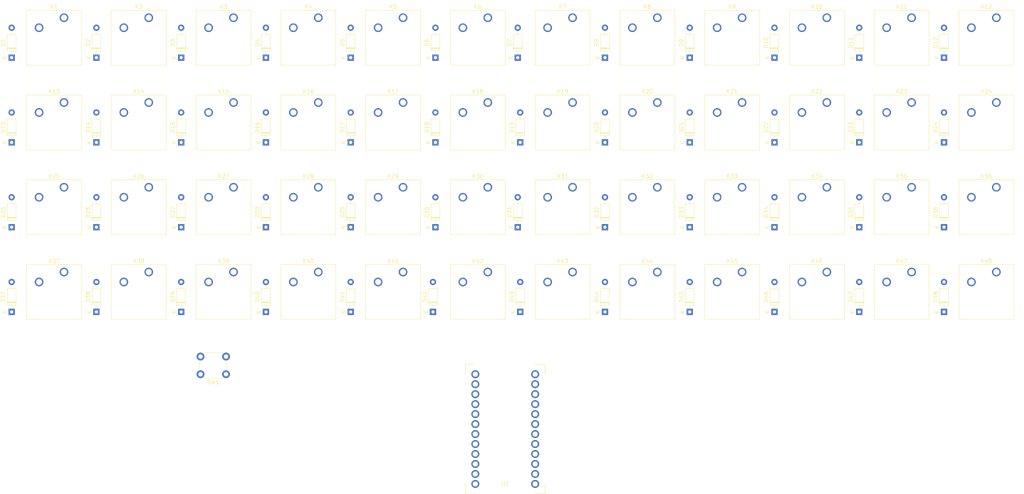
<source format=kicad_pcb>
(kicad_pcb (version 20171130) (host pcbnew "(5.1.7)-1")
  (layers (0 F.Cu signal) (31 B.Cu signal) (34 B.Paste user) (35 F.Paste user) (36 B.SilkS user) (37 F.SilkS user) (38 B.Mask user) (39 F.Mask user) (44 Edge.Cuts user))
  (net 0 "")
  (net 1 row0)
  (net 2 "Net-(D1-Pad2)")
  (net 3 "Net-(D2-Pad2)")
  (net 4 "Net-(D3-Pad2)")
  (net 5 "Net-(D4-Pad2)")
  (net 6 "Net-(D5-Pad2)")
  (net 7 "Net-(D6-Pad2)")
  (net 8 "Net-(D7-Pad2)")
  (net 9 "Net-(D8-Pad2)")
  (net 10 "Net-(D9-Pad2)")
  (net 11 "Net-(D10-Pad2)")
  (net 12 "Net-(D11-Pad2)")
  (net 13 "Net-(D12-Pad2)")
  (net 14 row1)
  (net 15 "Net-(D13-Pad2)")
  (net 16 "Net-(D14-Pad2)")
  (net 17 "Net-(D15-Pad2)")
  (net 18 "Net-(D16-Pad2)")
  (net 19 "Net-(D17-Pad2)")
  (net 20 "Net-(D18-Pad2)")
  (net 21 "Net-(D19-Pad2)")
  (net 22 "Net-(D20-Pad2)")
  (net 23 "Net-(D21-Pad2)")
  (net 24 "Net-(D22-Pad2)")
  (net 25 "Net-(D23-Pad2)")
  (net 26 "Net-(D24-Pad2)")
  (net 27 row2)
  (net 28 "Net-(D25-Pad2)")
  (net 29 "Net-(D26-Pad2)")
  (net 30 "Net-(D27-Pad2)")
  (net 31 "Net-(D28-Pad2)")
  (net 32 "Net-(D29-Pad2)")
  (net 33 "Net-(D30-Pad2)")
  (net 34 "Net-(D31-Pad2)")
  (net 35 "Net-(D32-Pad2)")
  (net 36 "Net-(D33-Pad2)")
  (net 37 "Net-(D34-Pad2)")
  (net 38 "Net-(D35-Pad2)")
  (net 39 "Net-(D36-Pad2)")
  (net 40 "Net-(D37-Pad2)")
  (net 41 row3)
  (net 42 "Net-(D38-Pad2)")
  (net 43 "Net-(D39-Pad2)")
  (net 44 "Net-(D40-Pad2)")
  (net 45 "Net-(D41-Pad2)")
  (net 46 "Net-(D42-Pad2)")
  (net 47 "Net-(D43-Pad2)")
  (net 48 "Net-(D44-Pad2)")
  (net 49 "Net-(D45-Pad2)")
  (net 50 "Net-(D46-Pad2)")
  (net 51 "Net-(D47-Pad2)")
  (net 52 "Net-(D48-Pad2)")
  (net 53 col0)
  (net 54 col1)
  (net 55 col2)
  (net 56 col3)
  (net 57 col4)
  (net 58 col5)
  (net 59 col6)
  (net 60 col7)
  (net 61 col8)
  (net 62 col9)
  (net 63 col10)
  (net 64 col11)
  (net 65 "Net-(K15-Pad2)")
  (net 66 GND)
  (net 67 "Net-(SW1-Pad1)")
  (net 68 "Net-(U1-Pad24)")
  (net 69 +5V)
  (net 70 pin18)
  (net 71 pin15)
  (module Diode_THT:D_DO-35_SOD27_P7.62mm_Horizontal (layer F.Cu) (at 22.225 33.02 90)
    (fp_text reference D1 (at 3.81 -2.12 90) (layer F.SilkS))
    (fp_text value D)
    (fp_text user K (at 0 -1.8 90) (layer F.SilkS))
    (pad 1 thru_hole rect (at 0 0 90) (size 1.6 1.6) (drill 0.8) (layers *.Cu *.Mask) (net 1 row0))
    (pad 2 thru_hole oval (at 7.62 0 90) (size 1.6 1.6) (drill 0.8) (layers *.Cu *.Mask) (net 2 "Net-(D1-Pad2)"))
  )
  (module Diode_THT:D_DO-35_SOD27_P7.62mm_Horizontal (layer F.Cu) (at 43.815 33.02 90)
    (fp_text reference D2 (at 3.81 -2.12 90) (layer F.SilkS))
    (fp_text value D)
    (fp_text user K (at 0 -1.8 90) (layer F.SilkS))
    (pad 2 thru_hole oval (at 7.62 0 90) (size 1.6 1.6) (drill 0.8) (layers *.Cu *.Mask) (net 3 "Net-(D2-Pad2)"))
    (pad 1 thru_hole rect (at 0 0 90) (size 1.6 1.6) (drill 0.8) (layers *.Cu *.Mask) (net 1 row0))
  )
  (module Diode_THT:D_DO-35_SOD27_P7.62mm_Horizontal (layer F.Cu) (at 65.405 33.02 90)
    (fp_text reference D3 (at 3.81 -2.12 90) (layer F.SilkS))
    (fp_text value D)
    (fp_text user K (at 0 -1.8 90) (layer F.SilkS))
    (pad 2 thru_hole oval (at 7.62 0 90) (size 1.6 1.6) (drill 0.8) (layers *.Cu *.Mask) (net 4 "Net-(D3-Pad2)"))
    (pad 1 thru_hole rect (at 0 0 90) (size 1.6 1.6) (drill 0.8) (layers *.Cu *.Mask) (net 1 row0))
  )
  (module Diode_THT:D_DO-35_SOD27_P7.62mm_Horizontal (layer F.Cu) (at 86.995 33.02 90)
    (fp_text reference D4 (at 3.81 -2.12 90) (layer F.SilkS))
    (fp_text value D)
    (fp_text user K (at 0 -1.8 90) (layer F.SilkS))
    (pad 1 thru_hole rect (at 0 0 90) (size 1.6 1.6) (drill 0.8) (layers *.Cu *.Mask) (net 1 row0))
    (pad 2 thru_hole oval (at 7.62 0 90) (size 1.6 1.6) (drill 0.8) (layers *.Cu *.Mask) (net 5 "Net-(D4-Pad2)"))
  )
  (module Diode_THT:D_DO-35_SOD27_P7.62mm_Horizontal (layer F.Cu) (at 108.585 33.02 90)
    (fp_text reference D5 (at 3.81 -2.12 90) (layer F.SilkS))
    (fp_text value D)
    (fp_text user K (at 0 -1.8 90) (layer F.SilkS))
    (pad 2 thru_hole oval (at 7.62 0 90) (size 1.6 1.6) (drill 0.8) (layers *.Cu *.Mask) (net 6 "Net-(D5-Pad2)"))
    (pad 1 thru_hole rect (at 0 0 90) (size 1.6 1.6) (drill 0.8) (layers *.Cu *.Mask) (net 1 row0))
  )
  (module Diode_THT:D_DO-35_SOD27_P7.62mm_Horizontal (layer F.Cu) (at 130.175 33.02 90)
    (fp_text reference D6 (at 3.81 -2.12 90) (layer F.SilkS))
    (fp_text value D)
    (fp_text user K (at 0 -1.8 90) (layer F.SilkS))
    (pad 2 thru_hole oval (at 7.62 0 90) (size 1.6 1.6) (drill 0.8) (layers *.Cu *.Mask) (net 7 "Net-(D6-Pad2)"))
    (pad 1 thru_hole rect (at 0 0 90) (size 1.6 1.6) (drill 0.8) (layers *.Cu *.Mask) (net 1 row0))
  )
  (module Diode_THT:D_DO-35_SOD27_P7.62mm_Horizontal (layer F.Cu) (at 151.13 33.02 90)
    (fp_text reference D7 (at 3.81 -2.12 90) (layer F.SilkS))
    (fp_text value D)
    (fp_text user K (at 0 -1.8 90) (layer F.SilkS))
    (pad 1 thru_hole rect (at 0 0 90) (size 1.6 1.6) (drill 0.8) (layers *.Cu *.Mask) (net 1 row0))
    (pad 2 thru_hole oval (at 7.62 0 90) (size 1.6 1.6) (drill 0.8) (layers *.Cu *.Mask) (net 8 "Net-(D7-Pad2)"))
  )
  (module Diode_THT:D_DO-35_SOD27_P7.62mm_Horizontal (layer F.Cu) (at 173.355 33.02 90)
    (fp_text reference D8 (at 3.81 -2.12 90) (layer F.SilkS))
    (fp_text value D)
    (fp_text user K (at 0 -1.8 90) (layer F.SilkS))
    (pad 2 thru_hole oval (at 7.62 0 90) (size 1.6 1.6) (drill 0.8) (layers *.Cu *.Mask) (net 9 "Net-(D8-Pad2)"))
    (pad 1 thru_hole rect (at 0 0 90) (size 1.6 1.6) (drill 0.8) (layers *.Cu *.Mask) (net 1 row0))
  )
  (module Diode_THT:D_DO-35_SOD27_P7.62mm_Horizontal (layer F.Cu) (at 194.945 33.02 90)
    (fp_text reference D9 (at 3.81 -2.12 90) (layer F.SilkS))
    (fp_text value D)
    (fp_text user K (at 0 -1.8 90) (layer F.SilkS))
    (pad 1 thru_hole rect (at 0 0 90) (size 1.6 1.6) (drill 0.8) (layers *.Cu *.Mask) (net 1 row0))
    (pad 2 thru_hole oval (at 7.62 0 90) (size 1.6 1.6) (drill 0.8) (layers *.Cu *.Mask) (net 10 "Net-(D9-Pad2)"))
  )
  (module Diode_THT:D_DO-35_SOD27_P7.62mm_Horizontal (layer F.Cu) (at 216.535 33.02 90)
    (fp_text reference D10 (at 3.81 -2.12 90) (layer F.SilkS))
    (fp_text value D)
    (fp_text user K (at 0 -1.8 90) (layer F.SilkS))
    (pad 2 thru_hole oval (at 7.62 0 90) (size 1.6 1.6) (drill 0.8) (layers *.Cu *.Mask) (net 11 "Net-(D10-Pad2)"))
    (pad 1 thru_hole rect (at 0 0 90) (size 1.6 1.6) (drill 0.8) (layers *.Cu *.Mask) (net 1 row0))
  )
  (module Diode_THT:D_DO-35_SOD27_P7.62mm_Horizontal (layer F.Cu) (at 238.125 33.02 90)
    (fp_text reference D11 (at 3.81 -2.12 90) (layer F.SilkS))
    (fp_text value D)
    (fp_text user K (at 0 -1.8 90) (layer F.SilkS))
    (pad 1 thru_hole rect (at 0 0 90) (size 1.6 1.6) (drill 0.8) (layers *.Cu *.Mask) (net 1 row0))
    (pad 2 thru_hole oval (at 7.62 0 90) (size 1.6 1.6) (drill 0.8) (layers *.Cu *.Mask) (net 12 "Net-(D11-Pad2)"))
  )
  (module Diode_THT:D_DO-35_SOD27_P7.62mm_Horizontal (layer F.Cu) (at 259.715 33.02 90)
    (fp_text reference D12 (at 3.81 -2.12 90) (layer F.SilkS))
    (fp_text value D)
    (fp_text user K (at 0 -1.8 90) (layer F.SilkS))
    (pad 2 thru_hole oval (at 7.62 0 90) (size 1.6 1.6) (drill 0.8) (layers *.Cu *.Mask) (net 13 "Net-(D12-Pad2)"))
    (pad 1 thru_hole rect (at 0 0 90) (size 1.6 1.6) (drill 0.8) (layers *.Cu *.Mask) (net 1 row0))
  )
  (module Diode_THT:D_DO-35_SOD27_P7.62mm_Horizontal (layer F.Cu) (at 22.225 54.61 90)
    (fp_text reference D13 (at 3.81 -2.12 90) (layer F.SilkS))
    (fp_text value D)
    (fp_text user K (at 0 -1.8 90) (layer F.SilkS))
    (pad 1 thru_hole rect (at 0 0 90) (size 1.6 1.6) (drill 0.8) (layers *.Cu *.Mask) (net 14 row1))
    (pad 2 thru_hole oval (at 7.62 0 90) (size 1.6 1.6) (drill 0.8) (layers *.Cu *.Mask) (net 15 "Net-(D13-Pad2)"))
  )
  (module Diode_THT:D_DO-35_SOD27_P7.62mm_Horizontal (layer F.Cu) (at 43.815 54.61 90)
    (fp_text reference D14 (at 3.81 -2.12 90) (layer F.SilkS))
    (fp_text value D)
    (fp_text user K (at 0 -1.8 90) (layer F.SilkS))
    (pad 2 thru_hole oval (at 7.62 0 90) (size 1.6 1.6) (drill 0.8) (layers *.Cu *.Mask) (net 16 "Net-(D14-Pad2)"))
    (pad 1 thru_hole rect (at 0 0 90) (size 1.6 1.6) (drill 0.8) (layers *.Cu *.Mask) (net 14 row1))
  )
  (module Diode_THT:D_DO-35_SOD27_P7.62mm_Horizontal (layer F.Cu) (at 65.405 54.61 90)
    (fp_text reference D15 (at 3.81 -2.12 90) (layer F.SilkS))
    (fp_text value D)
    (fp_text user K (at 0 -1.8 90) (layer F.SilkS))
    (pad 1 thru_hole rect (at 0 0 90) (size 1.6 1.6) (drill 0.8) (layers *.Cu *.Mask) (net 14 row1))
    (pad 2 thru_hole oval (at 7.62 0 90) (size 1.6 1.6) (drill 0.8) (layers *.Cu *.Mask) (net 17 "Net-(D15-Pad2)"))
  )
  (module Diode_THT:D_DO-35_SOD27_P7.62mm_Horizontal (layer F.Cu) (at 86.995 54.61 90)
    (fp_text reference D16 (at 3.81 -2.12 90) (layer F.SilkS))
    (fp_text value D)
    (fp_text user K (at 0 -1.8 90) (layer F.SilkS))
    (pad 2 thru_hole oval (at 7.62 0 90) (size 1.6 1.6) (drill 0.8) (layers *.Cu *.Mask) (net 18 "Net-(D16-Pad2)"))
    (pad 1 thru_hole rect (at 0 0 90) (size 1.6 1.6) (drill 0.8) (layers *.Cu *.Mask) (net 14 row1))
  )
  (module Diode_THT:D_DO-35_SOD27_P7.62mm_Horizontal (layer F.Cu) (at 108.585 54.61 90)
    (fp_text reference D17 (at 3.81 -2.12 90) (layer F.SilkS))
    (fp_text value D)
    (fp_text user K (at 0 -1.8 90) (layer F.SilkS))
    (pad 1 thru_hole rect (at 0 0 90) (size 1.6 1.6) (drill 0.8) (layers *.Cu *.Mask) (net 14 row1))
    (pad 2 thru_hole oval (at 7.62 0 90) (size 1.6 1.6) (drill 0.8) (layers *.Cu *.Mask) (net 19 "Net-(D17-Pad2)"))
  )
  (module Diode_THT:D_DO-35_SOD27_P7.62mm_Horizontal (layer F.Cu) (at 130.175 54.61 90)
    (fp_text reference D18 (at 3.81 -2.12 90) (layer F.SilkS))
    (fp_text value D)
    (fp_text user K (at 0 -1.8 90) (layer F.SilkS))
    (pad 1 thru_hole rect (at 0 0 90) (size 1.6 1.6) (drill 0.8) (layers *.Cu *.Mask) (net 14 row1))
    (pad 2 thru_hole oval (at 7.62 0 90) (size 1.6 1.6) (drill 0.8) (layers *.Cu *.Mask) (net 20 "Net-(D18-Pad2)"))
  )
  (module Diode_THT:D_DO-35_SOD27_P7.62mm_Horizontal (layer F.Cu) (at 151.765 54.61 90)
    (fp_text reference D19 (at 3.81 -2.12 90) (layer F.SilkS))
    (fp_text value D)
    (fp_text user K (at 0 -1.8 90) (layer F.SilkS))
    (pad 2 thru_hole oval (at 7.62 0 90) (size 1.6 1.6) (drill 0.8) (layers *.Cu *.Mask) (net 21 "Net-(D19-Pad2)"))
    (pad 1 thru_hole rect (at 0 0 90) (size 1.6 1.6) (drill 0.8) (layers *.Cu *.Mask) (net 14 row1))
  )
  (module Diode_THT:D_DO-35_SOD27_P7.62mm_Horizontal (layer F.Cu) (at 173.355 54.61 90)
    (fp_text reference D20 (at 3.81 -2.12 90) (layer F.SilkS))
    (fp_text value D)
    (fp_text user K (at 0 -1.8 90) (layer F.SilkS))
    (pad 2 thru_hole oval (at 7.62 0 90) (size 1.6 1.6) (drill 0.8) (layers *.Cu *.Mask) (net 22 "Net-(D20-Pad2)"))
    (pad 1 thru_hole rect (at 0 0 90) (size 1.6 1.6) (drill 0.8) (layers *.Cu *.Mask) (net 14 row1))
  )
  (module Diode_THT:D_DO-35_SOD27_P7.62mm_Horizontal (layer F.Cu) (at 194.945 54.61 90)
    (fp_text reference D21 (at 3.81 -2.12 90) (layer F.SilkS))
    (fp_text value D)
    (fp_text user K (at 0 -1.8 90) (layer F.SilkS))
    (pad 2 thru_hole oval (at 7.62 0 90) (size 1.6 1.6) (drill 0.8) (layers *.Cu *.Mask) (net 23 "Net-(D21-Pad2)"))
    (pad 1 thru_hole rect (at 0 0 90) (size 1.6 1.6) (drill 0.8) (layers *.Cu *.Mask) (net 14 row1))
  )
  (module Diode_THT:D_DO-35_SOD27_P7.62mm_Horizontal (layer F.Cu) (at 216.535 54.61 90)
    (fp_text reference D22 (at 3.81 -2.12 90) (layer F.SilkS))
    (fp_text value D)
    (fp_text user K (at 0 -1.8 90) (layer F.SilkS))
    (pad 1 thru_hole rect (at 0 0 90) (size 1.6 1.6) (drill 0.8) (layers *.Cu *.Mask) (net 14 row1))
    (pad 2 thru_hole oval (at 7.62 0 90) (size 1.6 1.6) (drill 0.8) (layers *.Cu *.Mask) (net 24 "Net-(D22-Pad2)"))
  )
  (module Diode_THT:D_DO-35_SOD27_P7.62mm_Horizontal (layer F.Cu) (at 238.125 54.61 90)
    (fp_text reference D23 (at 3.81 -2.12 90) (layer F.SilkS))
    (fp_text value D)
    (fp_text user K (at 0 -1.8 90) (layer F.SilkS))
    (pad 2 thru_hole oval (at 7.62 0 90) (size 1.6 1.6) (drill 0.8) (layers *.Cu *.Mask) (net 25 "Net-(D23-Pad2)"))
    (pad 1 thru_hole rect (at 0 0 90) (size 1.6 1.6) (drill 0.8) (layers *.Cu *.Mask) (net 14 row1))
  )
  (module Diode_THT:D_DO-35_SOD27_P7.62mm_Horizontal (layer F.Cu) (at 259.715 54.61 90)
    (fp_text reference D24 (at 3.81 -2.12 90) (layer F.SilkS))
    (fp_text value D)
    (fp_text user K (at 0 -1.8 90) (layer F.SilkS))
    (pad 1 thru_hole rect (at 0 0 90) (size 1.6 1.6) (drill 0.8) (layers *.Cu *.Mask) (net 14 row1))
    (pad 2 thru_hole oval (at 7.62 0 90) (size 1.6 1.6) (drill 0.8) (layers *.Cu *.Mask) (net 26 "Net-(D24-Pad2)"))
  )
  (module Diode_THT:D_DO-35_SOD27_P7.62mm_Horizontal (layer F.Cu) (at 22.225 76.2 90)
    (fp_text reference D25 (at 3.81 -2.12 90) (layer F.SilkS))
    (fp_text value D)
    (fp_text user K (at 0 -1.8 90) (layer F.SilkS))
    (pad 1 thru_hole rect (at 0 0 90) (size 1.6 1.6) (drill 0.8) (layers *.Cu *.Mask) (net 27 row2))
    (pad 2 thru_hole oval (at 7.62 0 90) (size 1.6 1.6) (drill 0.8) (layers *.Cu *.Mask) (net 28 "Net-(D25-Pad2)"))
  )
  (module Diode_THT:D_DO-35_SOD27_P7.62mm_Horizontal (layer F.Cu) (at 43.815 76.2 90)
    (fp_text reference D26 (at 3.81 -2.12 90) (layer F.SilkS))
    (fp_text value D)
    (fp_text user K (at 0 -1.8 90) (layer F.SilkS))
    (pad 1 thru_hole rect (at 0 0 90) (size 1.6 1.6) (drill 0.8) (layers *.Cu *.Mask) (net 27 row2))
    (pad 2 thru_hole oval (at 7.62 0 90) (size 1.6 1.6) (drill 0.8) (layers *.Cu *.Mask) (net 29 "Net-(D26-Pad2)"))
  )
  (module Diode_THT:D_DO-35_SOD27_P7.62mm_Horizontal (layer F.Cu) (at 65.405 76.2 90)
    (fp_text reference D27 (at 3.81 -2.12 90) (layer F.SilkS))
    (fp_text value D)
    (fp_text user K (at 0 -1.8 90) (layer F.SilkS))
    (pad 1 thru_hole rect (at 0 0 90) (size 1.6 1.6) (drill 0.8) (layers *.Cu *.Mask) (net 27 row2))
    (pad 2 thru_hole oval (at 7.62 0 90) (size 1.6 1.6) (drill 0.8) (layers *.Cu *.Mask) (net 30 "Net-(D27-Pad2)"))
  )
  (module Diode_THT:D_DO-35_SOD27_P7.62mm_Horizontal (layer F.Cu) (at 86.995 76.2 90)
    (fp_text reference D28 (at 3.81 -2.12 90) (layer F.SilkS))
    (fp_text value D)
    (fp_text user K (at 0 -1.8 90) (layer F.SilkS))
    (pad 2 thru_hole oval (at 7.62 0 90) (size 1.6 1.6) (drill 0.8) (layers *.Cu *.Mask) (net 31 "Net-(D28-Pad2)"))
    (pad 1 thru_hole rect (at 0 0 90) (size 1.6 1.6) (drill 0.8) (layers *.Cu *.Mask) (net 27 row2))
  )
  (module Diode_THT:D_DO-35_SOD27_P7.62mm_Horizontal (layer F.Cu) (at 108.585 76.2 90)
    (fp_text reference D29 (at 3.81 -2.12 90) (layer F.SilkS))
    (fp_text value D)
    (fp_text user K (at 0 -1.8 90) (layer F.SilkS))
    (pad 2 thru_hole oval (at 7.62 0 90) (size 1.6 1.6) (drill 0.8) (layers *.Cu *.Mask) (net 32 "Net-(D29-Pad2)"))
    (pad 1 thru_hole rect (at 0 0 90) (size 1.6 1.6) (drill 0.8) (layers *.Cu *.Mask) (net 27 row2))
  )
  (module Diode_THT:D_DO-35_SOD27_P7.62mm_Horizontal (layer F.Cu) (at 130.175 76.2 90)
    (fp_text reference D30 (at 3.81 -2.12 90) (layer F.SilkS))
    (fp_text value D)
    (fp_text user K (at 0 -1.8 90) (layer F.SilkS))
    (pad 1 thru_hole rect (at 0 0 90) (size 1.6 1.6) (drill 0.8) (layers *.Cu *.Mask) (net 27 row2))
    (pad 2 thru_hole oval (at 7.62 0 90) (size 1.6 1.6) (drill 0.8) (layers *.Cu *.Mask) (net 33 "Net-(D30-Pad2)"))
  )
  (module Diode_THT:D_DO-35_SOD27_P7.62mm_Horizontal (layer F.Cu) (at 151.13 76.2 90)
    (fp_text reference D31 (at 3.81 -2.12 90) (layer F.SilkS))
    (fp_text value D)
    (fp_text user K (at 0 -1.8 90) (layer F.SilkS))
    (pad 1 thru_hole rect (at 0 0 90) (size 1.6 1.6) (drill 0.8) (layers *.Cu *.Mask) (net 27 row2))
    (pad 2 thru_hole oval (at 7.62 0 90) (size 1.6 1.6) (drill 0.8) (layers *.Cu *.Mask) (net 34 "Net-(D31-Pad2)"))
  )
  (module Diode_THT:D_DO-35_SOD27_P7.62mm_Horizontal (layer F.Cu) (at 173.355 76.2 90)
    (fp_text reference D32 (at 3.81 -2.12 90) (layer F.SilkS))
    (fp_text value D)
    (fp_text user K (at 0 -1.8 90) (layer F.SilkS))
    (pad 2 thru_hole oval (at 7.62 0 90) (size 1.6 1.6) (drill 0.8) (layers *.Cu *.Mask) (net 35 "Net-(D32-Pad2)"))
    (pad 1 thru_hole rect (at 0 0 90) (size 1.6 1.6) (drill 0.8) (layers *.Cu *.Mask) (net 27 row2))
  )
  (module Diode_THT:D_DO-35_SOD27_P7.62mm_Horizontal (layer F.Cu) (at 194.945 76.2 90)
    (fp_text reference D33 (at 3.81 -2.12 90) (layer F.SilkS))
    (fp_text value D)
    (fp_text user K (at 0 -1.8 90) (layer F.SilkS))
    (pad 1 thru_hole rect (at 0 0 90) (size 1.6 1.6) (drill 0.8) (layers *.Cu *.Mask) (net 27 row2))
    (pad 2 thru_hole oval (at 7.62 0 90) (size 1.6 1.6) (drill 0.8) (layers *.Cu *.Mask) (net 36 "Net-(D33-Pad2)"))
  )
  (module Diode_THT:D_DO-35_SOD27_P7.62mm_Horizontal (layer F.Cu) (at 216.535 76.2 90)
    (fp_text reference D34 (at 3.81 -2.12 90) (layer F.SilkS))
    (fp_text value D)
    (fp_text user K (at 0 -1.8 90) (layer F.SilkS))
    (pad 2 thru_hole oval (at 7.62 0 90) (size 1.6 1.6) (drill 0.8) (layers *.Cu *.Mask) (net 37 "Net-(D34-Pad2)"))
    (pad 1 thru_hole rect (at 0 0 90) (size 1.6 1.6) (drill 0.8) (layers *.Cu *.Mask) (net 27 row2))
  )
  (module Diode_THT:D_DO-35_SOD27_P7.62mm_Horizontal (layer F.Cu) (at 238.125 76.2 90)
    (fp_text reference D35 (at 3.81 -2.12 90) (layer F.SilkS))
    (fp_text value D)
    (fp_text user K (at 0 -1.8 90) (layer F.SilkS))
    (pad 2 thru_hole oval (at 7.62 0 90) (size 1.6 1.6) (drill 0.8) (layers *.Cu *.Mask) (net 38 "Net-(D35-Pad2)"))
    (pad 1 thru_hole rect (at 0 0 90) (size 1.6 1.6) (drill 0.8) (layers *.Cu *.Mask) (net 27 row2))
  )
  (module Diode_THT:D_DO-35_SOD27_P7.62mm_Horizontal (layer F.Cu) (at 259.715 76.2 90)
    (fp_text reference D36 (at 3.81 -2.12 90) (layer F.SilkS))
    (fp_text value D)
    (fp_text user K (at 0 -1.8 90) (layer F.SilkS))
    (pad 1 thru_hole rect (at 0 0 90) (size 1.6 1.6) (drill 0.8) (layers *.Cu *.Mask) (net 27 row2))
    (pad 2 thru_hole oval (at 7.62 0 90) (size 1.6 1.6) (drill 0.8) (layers *.Cu *.Mask) (net 39 "Net-(D36-Pad2)"))
  )
  (module Diode_THT:D_DO-35_SOD27_P7.62mm_Horizontal (layer F.Cu) (at 22.225 97.79 90)
    (fp_text reference D37 (at 3.81 -2.12 90) (layer F.SilkS))
    (fp_text value D)
    (fp_text user K (at 0 -1.8 90) (layer F.SilkS))
    (pad 2 thru_hole oval (at 7.62 0 90) (size 1.6 1.6) (drill 0.8) (layers *.Cu *.Mask) (net 40 "Net-(D37-Pad2)"))
    (pad 1 thru_hole rect (at 0 0 90) (size 1.6 1.6) (drill 0.8) (layers *.Cu *.Mask) (net 41 row3))
  )
  (module Diode_THT:D_DO-35_SOD27_P7.62mm_Horizontal (layer F.Cu) (at 43.815 97.79 90)
    (fp_text reference D38 (at 3.81 -2.12 90) (layer F.SilkS))
    (fp_text value D)
    (fp_text user K (at 0 -1.8 90) (layer F.SilkS))
    (pad 2 thru_hole oval (at 7.62 0 90) (size 1.6 1.6) (drill 0.8) (layers *.Cu *.Mask) (net 42 "Net-(D38-Pad2)"))
    (pad 1 thru_hole rect (at 0 0 90) (size 1.6 1.6) (drill 0.8) (layers *.Cu *.Mask) (net 41 row3))
  )
  (module Diode_THT:D_DO-35_SOD27_P7.62mm_Horizontal (layer F.Cu) (at 65.405 97.79 90)
    (fp_text reference D39 (at 3.81 -2.12 90) (layer F.SilkS))
    (fp_text value D)
    (fp_text user K (at 0 -1.8 90) (layer F.SilkS))
    (pad 2 thru_hole oval (at 7.62 0 90) (size 1.6 1.6) (drill 0.8) (layers *.Cu *.Mask) (net 43 "Net-(D39-Pad2)"))
    (pad 1 thru_hole rect (at 0 0 90) (size 1.6 1.6) (drill 0.8) (layers *.Cu *.Mask) (net 41 row3))
  )
  (module Diode_THT:D_DO-35_SOD27_P7.62mm_Horizontal (layer F.Cu) (at 86.995 97.79 90)
    (fp_text reference D40 (at 3.81 -2.12 90) (layer F.SilkS))
    (fp_text value D)
    (fp_text user K (at 0 -1.8 90) (layer F.SilkS))
    (pad 1 thru_hole rect (at 0 0 90) (size 1.6 1.6) (drill 0.8) (layers *.Cu *.Mask) (net 41 row3))
    (pad 2 thru_hole oval (at 7.62 0 90) (size 1.6 1.6) (drill 0.8) (layers *.Cu *.Mask) (net 44 "Net-(D40-Pad2)"))
  )
  (module Diode_THT:D_DO-35_SOD27_P7.62mm_Horizontal (layer F.Cu) (at 108.585 97.79 90)
    (fp_text reference D41 (at 3.81 -2.12 90) (layer F.SilkS))
    (fp_text value D)
    (fp_text user K (at 0 -1.8 90) (layer F.SilkS))
    (pad 1 thru_hole rect (at 0 0 90) (size 1.6 1.6) (drill 0.8) (layers *.Cu *.Mask) (net 41 row3))
    (pad 2 thru_hole oval (at 7.62 0 90) (size 1.6 1.6) (drill 0.8) (layers *.Cu *.Mask) (net 45 "Net-(D41-Pad2)"))
  )
  (module Diode_THT:D_DO-35_SOD27_P7.62mm_Horizontal (layer F.Cu) (at 129.54 97.79 90)
    (fp_text reference D42 (at 3.81 -2.12 90) (layer F.SilkS))
    (fp_text value D)
    (fp_text user K (at 0 -1.8 90) (layer F.SilkS))
    (pad 1 thru_hole rect (at 0 0 90) (size 1.6 1.6) (drill 0.8) (layers *.Cu *.Mask) (net 41 row3))
    (pad 2 thru_hole oval (at 7.62 0 90) (size 1.6 1.6) (drill 0.8) (layers *.Cu *.Mask) (net 46 "Net-(D42-Pad2)"))
  )
  (module Diode_THT:D_DO-35_SOD27_P7.62mm_Horizontal (layer F.Cu) (at 151.765 97.79 90)
    (fp_text reference D43 (at 3.81 -2.12 90) (layer F.SilkS))
    (fp_text value D)
    (fp_text user K (at 0 -1.8 90) (layer F.SilkS))
    (pad 1 thru_hole rect (at 0 0 90) (size 1.6 1.6) (drill 0.8) (layers *.Cu *.Mask) (net 41 row3))
    (pad 2 thru_hole oval (at 7.62 0 90) (size 1.6 1.6) (drill 0.8) (layers *.Cu *.Mask) (net 47 "Net-(D43-Pad2)"))
  )
  (module Diode_THT:D_DO-35_SOD27_P7.62mm_Horizontal (layer F.Cu) (at 173.355 97.79 90)
    (fp_text reference D44 (at 3.81 -2.12 90) (layer F.SilkS))
    (fp_text value D)
    (fp_text user K (at 0 -1.8 90) (layer F.SilkS))
    (pad 2 thru_hole oval (at 7.62 0 90) (size 1.6 1.6) (drill 0.8) (layers *.Cu *.Mask) (net 48 "Net-(D44-Pad2)"))
    (pad 1 thru_hole rect (at 0 0 90) (size 1.6 1.6) (drill 0.8) (layers *.Cu *.Mask) (net 41 row3))
  )
  (module Diode_THT:D_DO-35_SOD27_P7.62mm_Horizontal (layer F.Cu) (at 194.945 97.79 90)
    (fp_text reference D45 (at 3.81 -2.12 90) (layer F.SilkS))
    (fp_text value D)
    (fp_text user K (at 0 -1.8 90) (layer F.SilkS))
    (pad 1 thru_hole rect (at 0 0 90) (size 1.6 1.6) (drill 0.8) (layers *.Cu *.Mask) (net 41 row3))
    (pad 2 thru_hole oval (at 7.62 0 90) (size 1.6 1.6) (drill 0.8) (layers *.Cu *.Mask) (net 49 "Net-(D45-Pad2)"))
  )
  (module Diode_THT:D_DO-35_SOD27_P7.62mm_Horizontal (layer F.Cu) (at 216.535 97.79 90)
    (fp_text reference D46 (at 3.81 -2.12 90) (layer F.SilkS))
    (fp_text value D)
    (fp_text user K (at 0 -1.8 90) (layer F.SilkS))
    (pad 2 thru_hole oval (at 7.62 0 90) (size 1.6 1.6) (drill 0.8) (layers *.Cu *.Mask) (net 50 "Net-(D46-Pad2)"))
    (pad 1 thru_hole rect (at 0 0 90) (size 1.6 1.6) (drill 0.8) (layers *.Cu *.Mask) (net 41 row3))
  )
  (module Diode_THT:D_DO-35_SOD27_P7.62mm_Horizontal (layer F.Cu) (at 238.125 97.79 90)
    (fp_text reference D47 (at 3.81 -2.12 90) (layer F.SilkS))
    (fp_text value D)
    (fp_text user K (at 0 -1.8 90) (layer F.SilkS))
    (pad 2 thru_hole oval (at 7.62 0 90) (size 1.6 1.6) (drill 0.8) (layers *.Cu *.Mask) (net 51 "Net-(D47-Pad2)"))
    (pad 1 thru_hole rect (at 0 0 90) (size 1.6 1.6) (drill 0.8) (layers *.Cu *.Mask) (net 41 row3))
  )
  (module Diode_THT:D_DO-35_SOD27_P7.62mm_Horizontal (layer F.Cu) (at 259.715 97.79 90)
    (fp_text reference D48 (at 3.81 -2.12 90) (layer F.SilkS))
    (fp_text value D)
    (fp_text user K (at 0 -1.8 90) (layer F.SilkS))
    (pad 1 thru_hole rect (at 0 0 90) (size 1.6 1.6) (drill 0.8) (layers *.Cu *.Mask) (net 41 row3))
    (pad 2 thru_hole oval (at 7.62 0 90) (size 1.6 1.6) (drill 0.8) (layers *.Cu *.Mask) (net 52 "Net-(D48-Pad2)"))
  )
  (module localib:pro_micro (layer F.Cu) (at 147.955 128.905 180)
    (fp_text reference U1 (at 0 -12.7) (layer F.SilkS))
    (fp_text value ProMicro)
    (pad 1 thru_hole circle (at -7.62 -12.7 180) (size 2.032 2.032) (drill 1.27) (layers *.Cu *.Mask) (net 64 col11))
    (pad 2 thru_hole circle (at -7.62 -10.16 180) (size 2.032 2.032) (drill 1.27) (layers *.Cu *.Mask) (net 63 col10))
    (pad 3 thru_hole circle (at -7.62 -7.62 180) (size 2.032 2.032) (drill 1.27) (layers *.Cu *.Mask) (net 66 GND))
    (pad 4 thru_hole circle (at -7.62 -5.08 180) (size 2.032 2.032) (drill 1.27) (layers *.Cu *.Mask) (net 66 GND))
    (pad 5 thru_hole circle (at -7.62 -2.54 180) (size 2.032 2.032) (drill 1.27) (layers *.Cu *.Mask) (net 62 col9))
    (pad 6 thru_hole circle (at -7.62 0 180) (size 2.032 2.032) (drill 1.27) (layers *.Cu *.Mask) (net 61 col8))
    (pad 7 thru_hole circle (at -7.62 2.54 180) (size 2.032 2.032) (drill 1.27) (layers *.Cu *.Mask) (net 60 col7))
    (pad 8 thru_hole circle (at -7.62 5.08 180) (size 2.032 2.032) (drill 1.27) (layers *.Cu *.Mask) (net 59 col6))
    (pad 9 thru_hole circle (at -7.62 7.62 180) (size 2.032 2.032) (drill 1.27) (layers *.Cu *.Mask) (net 58 col5))
    (pad 10 thru_hole circle (at -7.62 10.16 180) (size 2.032 2.032) (drill 1.27) (layers *.Cu *.Mask) (net 57 col4))
    (pad 11 thru_hole circle (at -7.62 12.7 180) (size 2.032 2.032) (drill 1.27) (layers *.Cu *.Mask) (net 56 col3))
    (pad 12 thru_hole circle (at -7.62 15.24 180) (size 2.032 2.032) (drill 1.27) (layers *.Cu *.Mask) (net 55 col2))
    (pad 24 thru_hole circle (at 7.62 -12.7 180) (size 2.032 2.032) (drill 1.27) (layers *.Cu *.Mask) (net 68 "Net-(U1-Pad24)"))
    (pad 23 thru_hole circle (at 7.62 -10.16 180) (size 2.032 2.032) (drill 1.27) (layers *.Cu *.Mask) (net 66 GND))
    (pad 22 thru_hole circle (at 7.62 -7.62 180) (size 2.032 2.032) (drill 1.27) (layers *.Cu *.Mask) (net 67 "Net-(SW1-Pad1)"))
    (pad 21 thru_hole circle (at 7.62 -5.08 180) (size 2.032 2.032) (drill 1.27) (layers *.Cu *.Mask) (net 69 +5V))
    (pad 20 thru_hole circle (at 7.62 -2.54 180) (size 2.032 2.032) (drill 1.27) (layers *.Cu *.Mask) (net 53 col0))
    (pad 19 thru_hole circle (at 7.62 0 180) (size 2.032 2.032) (drill 1.27) (layers *.Cu *.Mask) (net 54 col1))
    (pad 18 thru_hole circle (at 7.62 2.54 180) (size 2.032 2.032) (drill 1.27) (layers *.Cu *.Mask) (net 1 row0))
    (pad 17 thru_hole circle (at 7.62 5.08 180) (size 2.032 2.032) (drill 1.27) (layers *.Cu *.Mask) (net 70 pin18))
    (pad 16 thru_hole circle (at 7.62 7.62 180) (size 2.032 2.032) (drill 1.27) (layers *.Cu *.Mask) (net 71 pin15))
    (pad 15 thru_hole circle (at 7.62 10.16 180) (size 2.032 2.032) (drill 1.27) (layers *.Cu *.Mask) (net 14 row1))
    (pad 14 thru_hole circle (at 7.62 12.7 180) (size 2.032 2.032) (drill 1.27) (layers *.Cu *.Mask) (net 27 row2))
    (pad 13 thru_hole circle (at 7.62 15.24 180) (size 2.032 2.032) (drill 1.27) (layers *.Cu *.Mask) (net 41 row3))
  )
  (module Button_Switch_Keyboard:SW_Cherry_MX_1.00u_Plate (layer F.Cu) (at 35.56 22.86)
    (fp_text reference K1 (at -2.54 -2.794) (layer F.SilkS))
    (fp_text value KEYSW)
    (pad "" np_thru_hole circle (at -2.54 5.08) (size 4 4) (drill 4) (layers *.Cu *.Mask))
    (pad 2 thru_hole circle (at -6.35 2.54) (size 2.2 2.2) (drill 1.5) (layers *.Cu *.Mask) (net 2 "Net-(D1-Pad2)"))
    (pad 1 thru_hole circle (at 0 0) (size 2.2 2.2) (drill 1.5) (layers *.Cu *.Mask) (net 53 col0))
  )
  (module Button_Switch_Keyboard:SW_Cherry_MX_1.00u_Plate (layer F.Cu) (at 57.15 22.86)
    (fp_text reference K2 (at -2.54 -2.794) (layer F.SilkS))
    (fp_text value KEYSW)
    (pad 1 thru_hole circle (at 0 0) (size 2.2 2.2) (drill 1.5) (layers *.Cu *.Mask) (net 54 col1))
    (pad 2 thru_hole circle (at -6.35 2.54) (size 2.2 2.2) (drill 1.5) (layers *.Cu *.Mask) (net 3 "Net-(D2-Pad2)"))
    (pad "" np_thru_hole circle (at -2.54 5.08) (size 4 4) (drill 4) (layers *.Cu *.Mask))
  )
  (module Button_Switch_Keyboard:SW_Cherry_MX_1.00u_Plate (layer F.Cu) (at 78.74 22.86)
    (fp_text reference K3 (at -2.54 -2.794) (layer F.SilkS))
    (fp_text value KEYSW)
    (pad "" np_thru_hole circle (at -2.54 5.08) (size 4 4) (drill 4) (layers *.Cu *.Mask))
    (pad 2 thru_hole circle (at -6.35 2.54) (size 2.2 2.2) (drill 1.5) (layers *.Cu *.Mask) (net 4 "Net-(D3-Pad2)"))
    (pad 1 thru_hole circle (at 0 0) (size 2.2 2.2) (drill 1.5) (layers *.Cu *.Mask) (net 55 col2))
  )
  (module Button_Switch_Keyboard:SW_Cherry_MX_1.00u_Plate (layer F.Cu) (at 100.33 22.86)
    (fp_text reference K4 (at -2.54 -2.794) (layer F.SilkS))
    (fp_text value KEYSW)
    (pad "" np_thru_hole circle (at -2.54 5.08) (size 4 4) (drill 4) (layers *.Cu *.Mask))
    (pad 2 thru_hole circle (at -6.35 2.54) (size 2.2 2.2) (drill 1.5) (layers *.Cu *.Mask) (net 5 "Net-(D4-Pad2)"))
    (pad 1 thru_hole circle (at 0 0) (size 2.2 2.2) (drill 1.5) (layers *.Cu *.Mask) (net 56 col3))
  )
  (module Button_Switch_Keyboard:SW_Cherry_MX_1.00u_Plate (layer F.Cu) (at 121.92 22.86)
    (fp_text reference K5 (at -2.54 -2.794) (layer F.SilkS))
    (fp_text value KEYSW)
    (pad "" np_thru_hole circle (at -2.54 5.08) (size 4 4) (drill 4) (layers *.Cu *.Mask))
    (pad 2 thru_hole circle (at -6.35 2.54) (size 2.2 2.2) (drill 1.5) (layers *.Cu *.Mask) (net 6 "Net-(D5-Pad2)"))
    (pad 1 thru_hole circle (at 0 0) (size 2.2 2.2) (drill 1.5) (layers *.Cu *.Mask) (net 57 col4))
  )
  (module Button_Switch_Keyboard:SW_Cherry_MX_1.00u_Plate (layer F.Cu) (at 143.51 22.86)
    (fp_text reference K6 (at -2.54 -2.794) (layer F.SilkS))
    (fp_text value KEYSW)
    (pad 1 thru_hole circle (at 0 0) (size 2.2 2.2) (drill 1.5) (layers *.Cu *.Mask) (net 58 col5))
    (pad 2 thru_hole circle (at -6.35 2.54) (size 2.2 2.2) (drill 1.5) (layers *.Cu *.Mask) (net 7 "Net-(D6-Pad2)"))
    (pad "" np_thru_hole circle (at -2.54 5.08) (size 4 4) (drill 4) (layers *.Cu *.Mask))
  )
  (module Button_Switch_Keyboard:SW_Cherry_MX_1.00u_Plate (layer F.Cu) (at 165.1 22.86)
    (fp_text reference K7 (at -2.54 -2.794) (layer F.SilkS))
    (fp_text value KEYSW)
    (pad "" np_thru_hole circle (at -2.54 5.08) (size 4 4) (drill 4) (layers *.Cu *.Mask))
    (pad 2 thru_hole circle (at -6.35 2.54) (size 2.2 2.2) (drill 1.5) (layers *.Cu *.Mask) (net 8 "Net-(D7-Pad2)"))
    (pad 1 thru_hole circle (at 0 0) (size 2.2 2.2) (drill 1.5) (layers *.Cu *.Mask) (net 59 col6))
  )
  (module Button_Switch_Keyboard:SW_Cherry_MX_1.00u_Plate (layer F.Cu) (at 186.69 22.86)
    (fp_text reference K8 (at -2.54 -2.794) (layer F.SilkS))
    (fp_text value KEYSW)
    (pad 1 thru_hole circle (at 0 0) (size 2.2 2.2) (drill 1.5) (layers *.Cu *.Mask) (net 60 col7))
    (pad 2 thru_hole circle (at -6.35 2.54) (size 2.2 2.2) (drill 1.5) (layers *.Cu *.Mask) (net 9 "Net-(D8-Pad2)"))
    (pad "" np_thru_hole circle (at -2.54 5.08) (size 4 4) (drill 4) (layers *.Cu *.Mask))
  )
  (module Button_Switch_Keyboard:SW_Cherry_MX_1.00u_Plate (layer F.Cu) (at 208.28 22.86)
    (fp_text reference K9 (at -2.54 -2.794) (layer F.SilkS))
    (fp_text value KEYSW)
    (pad 1 thru_hole circle (at 0 0) (size 2.2 2.2) (drill 1.5) (layers *.Cu *.Mask) (net 61 col8))
    (pad 2 thru_hole circle (at -6.35 2.54) (size 2.2 2.2) (drill 1.5) (layers *.Cu *.Mask) (net 10 "Net-(D9-Pad2)"))
    (pad "" np_thru_hole circle (at -2.54 5.08) (size 4 4) (drill 4) (layers *.Cu *.Mask))
  )
  (module Button_Switch_Keyboard:SW_Cherry_MX_1.00u_Plate (layer F.Cu) (at 229.87 22.86)
    (fp_text reference K10 (at -2.54 -2.794) (layer F.SilkS))
    (fp_text value KEYSW)
    (pad "" np_thru_hole circle (at -2.54 5.08) (size 4 4) (drill 4) (layers *.Cu *.Mask))
    (pad 2 thru_hole circle (at -6.35 2.54) (size 2.2 2.2) (drill 1.5) (layers *.Cu *.Mask) (net 11 "Net-(D10-Pad2)"))
    (pad 1 thru_hole circle (at 0 0) (size 2.2 2.2) (drill 1.5) (layers *.Cu *.Mask) (net 62 col9))
  )
  (module Button_Switch_Keyboard:SW_Cherry_MX_1.00u_Plate (layer F.Cu) (at 251.46 22.86)
    (fp_text reference K11 (at -2.54 -2.794) (layer F.SilkS))
    (fp_text value KEYSW)
    (pad 1 thru_hole circle (at 0 0) (size 2.2 2.2) (drill 1.5) (layers *.Cu *.Mask) (net 63 col10))
    (pad 2 thru_hole circle (at -6.35 2.54) (size 2.2 2.2) (drill 1.5) (layers *.Cu *.Mask) (net 12 "Net-(D11-Pad2)"))
    (pad "" np_thru_hole circle (at -2.54 5.08) (size 4 4) (drill 4) (layers *.Cu *.Mask))
  )
  (module Button_Switch_Keyboard:SW_Cherry_MX_1.00u_Plate (layer F.Cu) (at 273.05 22.86)
    (fp_text reference K12 (at -2.54 -2.794) (layer F.SilkS))
    (fp_text value KEYSW)
    (pad 1 thru_hole circle (at 0 0) (size 2.2 2.2) (drill 1.5) (layers *.Cu *.Mask) (net 64 col11))
    (pad 2 thru_hole circle (at -6.35 2.54) (size 2.2 2.2) (drill 1.5) (layers *.Cu *.Mask) (net 13 "Net-(D12-Pad2)"))
    (pad "" np_thru_hole circle (at -2.54 5.08) (size 4 4) (drill 4) (layers *.Cu *.Mask))
  )
  (module Button_Switch_Keyboard:SW_Cherry_MX_1.00u_Plate (layer F.Cu) (at 35.56 44.45)
    (fp_text reference K13 (at -2.54 -2.794) (layer F.SilkS))
    (fp_text value KEYSW)
    (pad "" np_thru_hole circle (at -2.54 5.08) (size 4 4) (drill 4) (layers *.Cu *.Mask))
    (pad 2 thru_hole circle (at -6.35 2.54) (size 2.2 2.2) (drill 1.5) (layers *.Cu *.Mask) (net 15 "Net-(D13-Pad2)"))
    (pad 1 thru_hole circle (at 0 0) (size 2.2 2.2) (drill 1.5) (layers *.Cu *.Mask) (net 53 col0))
  )
  (module Button_Switch_Keyboard:SW_Cherry_MX_1.00u_Plate (layer F.Cu) (at 57.15 44.45)
    (fp_text reference K14 (at -2.54 -2.794) (layer F.SilkS))
    (fp_text value KEYSW)
    (pad "" np_thru_hole circle (at -2.54 5.08) (size 4 4) (drill 4) (layers *.Cu *.Mask))
    (pad 2 thru_hole circle (at -6.35 2.54) (size 2.2 2.2) (drill 1.5) (layers *.Cu *.Mask) (net 16 "Net-(D14-Pad2)"))
    (pad 1 thru_hole circle (at 0 0) (size 2.2 2.2) (drill 1.5) (layers *.Cu *.Mask) (net 54 col1))
  )
  (module Button_Switch_Keyboard:SW_Cherry_MX_1.00u_Plate (layer F.Cu) (at 78.74 44.45)
    (fp_text reference K15 (at -2.54 -2.794) (layer F.SilkS))
    (fp_text value KEYSW)
    (pad 1 thru_hole circle (at 0 0) (size 2.2 2.2) (drill 1.5) (layers *.Cu *.Mask) (net 55 col2))
    (pad 2 thru_hole circle (at -6.35 2.54) (size 2.2 2.2) (drill 1.5) (layers *.Cu *.Mask) (net 65 "Net-(K15-Pad2)"))
    (pad "" np_thru_hole circle (at -2.54 5.08) (size 4 4) (drill 4) (layers *.Cu *.Mask))
  )
  (module Button_Switch_Keyboard:SW_Cherry_MX_1.00u_Plate (layer F.Cu) (at 100.33 44.45)
    (fp_text reference K16 (at -2.54 -2.794) (layer F.SilkS))
    (fp_text value KEYSW)
    (pad "" np_thru_hole circle (at -2.54 5.08) (size 4 4) (drill 4) (layers *.Cu *.Mask))
    (pad 2 thru_hole circle (at -6.35 2.54) (size 2.2 2.2) (drill 1.5) (layers *.Cu *.Mask) (net 18 "Net-(D16-Pad2)"))
    (pad 1 thru_hole circle (at 0 0) (size 2.2 2.2) (drill 1.5) (layers *.Cu *.Mask) (net 56 col3))
  )
  (module Button_Switch_Keyboard:SW_Cherry_MX_1.00u_Plate (layer F.Cu) (at 121.92 44.45)
    (fp_text reference K17 (at -2.54 -2.794) (layer F.SilkS))
    (fp_text value KEYSW)
    (pad 1 thru_hole circle (at 0 0) (size 2.2 2.2) (drill 1.5) (layers *.Cu *.Mask) (net 57 col4))
    (pad 2 thru_hole circle (at -6.35 2.54) (size 2.2 2.2) (drill 1.5) (layers *.Cu *.Mask) (net 19 "Net-(D17-Pad2)"))
    (pad "" np_thru_hole circle (at -2.54 5.08) (size 4 4) (drill 4) (layers *.Cu *.Mask))
  )
  (module Button_Switch_Keyboard:SW_Cherry_MX_1.00u_Plate (layer F.Cu) (at 143.51 44.45)
    (fp_text reference K18 (at -2.54 -2.794) (layer F.SilkS))
    (fp_text value KEYSW)
    (pad 1 thru_hole circle (at 0 0) (size 2.2 2.2) (drill 1.5) (layers *.Cu *.Mask) (net 58 col5))
    (pad 2 thru_hole circle (at -6.35 2.54) (size 2.2 2.2) (drill 1.5) (layers *.Cu *.Mask) (net 20 "Net-(D18-Pad2)"))
    (pad "" np_thru_hole circle (at -2.54 5.08) (size 4 4) (drill 4) (layers *.Cu *.Mask))
  )
  (module Button_Switch_Keyboard:SW_Cherry_MX_1.00u_Plate (layer F.Cu) (at 165.1 44.45)
    (fp_text reference K19 (at -2.54 -2.794) (layer F.SilkS))
    (fp_text value KEYSW)
    (pad 1 thru_hole circle (at 0 0) (size 2.2 2.2) (drill 1.5) (layers *.Cu *.Mask) (net 59 col6))
    (pad 2 thru_hole circle (at -6.35 2.54) (size 2.2 2.2) (drill 1.5) (layers *.Cu *.Mask) (net 21 "Net-(D19-Pad2)"))
    (pad "" np_thru_hole circle (at -2.54 5.08) (size 4 4) (drill 4) (layers *.Cu *.Mask))
  )
  (module Button_Switch_Keyboard:SW_Cherry_MX_1.00u_Plate (layer F.Cu) (at 186.69 44.45)
    (fp_text reference K20 (at -2.54 -2.794) (layer F.SilkS))
    (fp_text value KEYSW)
    (pad 1 thru_hole circle (at 0 0) (size 2.2 2.2) (drill 1.5) (layers *.Cu *.Mask) (net 60 col7))
    (pad 2 thru_hole circle (at -6.35 2.54) (size 2.2 2.2) (drill 1.5) (layers *.Cu *.Mask) (net 22 "Net-(D20-Pad2)"))
    (pad "" np_thru_hole circle (at -2.54 5.08) (size 4 4) (drill 4) (layers *.Cu *.Mask))
  )
  (module Button_Switch_Keyboard:SW_Cherry_MX_1.00u_Plate (layer F.Cu) (at 208.28 44.45)
    (fp_text reference K21 (at -2.54 -2.794) (layer F.SilkS))
    (fp_text value KEYSW)
    (pad "" np_thru_hole circle (at -2.54 5.08) (size 4 4) (drill 4) (layers *.Cu *.Mask))
    (pad 2 thru_hole circle (at -6.35 2.54) (size 2.2 2.2) (drill 1.5) (layers *.Cu *.Mask) (net 23 "Net-(D21-Pad2)"))
    (pad 1 thru_hole circle (at 0 0) (size 2.2 2.2) (drill 1.5) (layers *.Cu *.Mask) (net 61 col8))
  )
  (module Button_Switch_Keyboard:SW_Cherry_MX_1.00u_Plate (layer F.Cu) (at 229.87 44.45)
    (fp_text reference K22 (at -2.54 -2.794) (layer F.SilkS))
    (fp_text value KEYSW)
    (pad 1 thru_hole circle (at 0 0) (size 2.2 2.2) (drill 1.5) (layers *.Cu *.Mask) (net 62 col9))
    (pad 2 thru_hole circle (at -6.35 2.54) (size 2.2 2.2) (drill 1.5) (layers *.Cu *.Mask) (net 24 "Net-(D22-Pad2)"))
    (pad "" np_thru_hole circle (at -2.54 5.08) (size 4 4) (drill 4) (layers *.Cu *.Mask))
  )
  (module Button_Switch_Keyboard:SW_Cherry_MX_1.00u_Plate (layer F.Cu) (at 251.46 44.45)
    (fp_text reference K23 (at -2.54 -2.794) (layer F.SilkS))
    (fp_text value KEYSW)
    (pad "" np_thru_hole circle (at -2.54 5.08) (size 4 4) (drill 4) (layers *.Cu *.Mask))
    (pad 2 thru_hole circle (at -6.35 2.54) (size 2.2 2.2) (drill 1.5) (layers *.Cu *.Mask) (net 25 "Net-(D23-Pad2)"))
    (pad 1 thru_hole circle (at 0 0) (size 2.2 2.2) (drill 1.5) (layers *.Cu *.Mask) (net 63 col10))
  )
  (module Button_Switch_Keyboard:SW_Cherry_MX_1.00u_Plate (layer F.Cu) (at 273.05 44.45)
    (fp_text reference K24 (at -2.54 -2.794) (layer F.SilkS))
    (fp_text value KEYSW)
    (pad 1 thru_hole circle (at 0 0) (size 2.2 2.2) (drill 1.5) (layers *.Cu *.Mask) (net 64 col11))
    (pad 2 thru_hole circle (at -6.35 2.54) (size 2.2 2.2) (drill 1.5) (layers *.Cu *.Mask) (net 26 "Net-(D24-Pad2)"))
    (pad "" np_thru_hole circle (at -2.54 5.08) (size 4 4) (drill 4) (layers *.Cu *.Mask))
  )
  (module Button_Switch_Keyboard:SW_Cherry_MX_1.00u_Plate (layer F.Cu) (at 35.56 66.04)
    (fp_text reference K25 (at -2.54 -2.794) (layer F.SilkS))
    (fp_text value KEYSW)
    (pad 1 thru_hole circle (at 0 0) (size 2.2 2.2) (drill 1.5) (layers *.Cu *.Mask) (net 53 col0))
    (pad 2 thru_hole circle (at -6.35 2.54) (size 2.2 2.2) (drill 1.5) (layers *.Cu *.Mask) (net 28 "Net-(D25-Pad2)"))
    (pad "" np_thru_hole circle (at -2.54 5.08) (size 4 4) (drill 4) (layers *.Cu *.Mask))
  )
  (module Button_Switch_Keyboard:SW_Cherry_MX_1.00u_Plate (layer F.Cu) (at 57.15 66.04)
    (fp_text reference K26 (at -2.54 -2.794) (layer F.SilkS))
    (fp_text value KEYSW)
    (pad 1 thru_hole circle (at 0 0) (size 2.2 2.2) (drill 1.5) (layers *.Cu *.Mask) (net 54 col1))
    (pad 2 thru_hole circle (at -6.35 2.54) (size 2.2 2.2) (drill 1.5) (layers *.Cu *.Mask) (net 29 "Net-(D26-Pad2)"))
    (pad "" np_thru_hole circle (at -2.54 5.08) (size 4 4) (drill 4) (layers *.Cu *.Mask))
  )
  (module Button_Switch_Keyboard:SW_Cherry_MX_1.00u_Plate (layer F.Cu) (at 78.74 66.04)
    (fp_text reference K27 (at -2.54 -2.794) (layer F.SilkS))
    (fp_text value KEYSW)
    (pad "" np_thru_hole circle (at -2.54 5.08) (size 4 4) (drill 4) (layers *.Cu *.Mask))
    (pad 2 thru_hole circle (at -6.35 2.54) (size 2.2 2.2) (drill 1.5) (layers *.Cu *.Mask) (net 30 "Net-(D27-Pad2)"))
    (pad 1 thru_hole circle (at 0 0) (size 2.2 2.2) (drill 1.5) (layers *.Cu *.Mask) (net 55 col2))
  )
  (module Button_Switch_Keyboard:SW_Cherry_MX_1.00u_Plate (layer F.Cu) (at 100.33 66.04)
    (fp_text reference K28 (at -2.54 -2.794) (layer F.SilkS))
    (fp_text value KEYSW)
    (pad "" np_thru_hole circle (at -2.54 5.08) (size 4 4) (drill 4) (layers *.Cu *.Mask))
    (pad 2 thru_hole circle (at -6.35 2.54) (size 2.2 2.2) (drill 1.5) (layers *.Cu *.Mask) (net 31 "Net-(D28-Pad2)"))
    (pad 1 thru_hole circle (at 0 0) (size 2.2 2.2) (drill 1.5) (layers *.Cu *.Mask) (net 56 col3))
  )
  (module Button_Switch_Keyboard:SW_Cherry_MX_1.00u_Plate (layer F.Cu) (at 121.92 66.04)
    (fp_text reference K29 (at -2.54 -2.794) (layer F.SilkS))
    (fp_text value KEYSW)
    (pad "" np_thru_hole circle (at -2.54 5.08) (size 4 4) (drill 4) (layers *.Cu *.Mask))
    (pad 2 thru_hole circle (at -6.35 2.54) (size 2.2 2.2) (drill 1.5) (layers *.Cu *.Mask) (net 32 "Net-(D29-Pad2)"))
    (pad 1 thru_hole circle (at 0 0) (size 2.2 2.2) (drill 1.5) (layers *.Cu *.Mask) (net 57 col4))
  )
  (module Button_Switch_Keyboard:SW_Cherry_MX_1.00u_Plate (layer F.Cu) (at 143.51 66.04)
    (fp_text reference K30 (at -2.54 -2.794) (layer F.SilkS))
    (fp_text value KEYSW)
    (pad 1 thru_hole circle (at 0 0) (size 2.2 2.2) (drill 1.5) (layers *.Cu *.Mask) (net 58 col5))
    (pad 2 thru_hole circle (at -6.35 2.54) (size 2.2 2.2) (drill 1.5) (layers *.Cu *.Mask) (net 33 "Net-(D30-Pad2)"))
    (pad "" np_thru_hole circle (at -2.54 5.08) (size 4 4) (drill 4) (layers *.Cu *.Mask))
  )
  (module Button_Switch_Keyboard:SW_Cherry_MX_1.00u_Plate (layer F.Cu) (at 165.1 66.04)
    (fp_text reference K31 (at -2.54 -2.794) (layer F.SilkS))
    (fp_text value KEYSW)
    (pad "" np_thru_hole circle (at -2.54 5.08) (size 4 4) (drill 4) (layers *.Cu *.Mask))
    (pad 2 thru_hole circle (at -6.35 2.54) (size 2.2 2.2) (drill 1.5) (layers *.Cu *.Mask) (net 34 "Net-(D31-Pad2)"))
    (pad 1 thru_hole circle (at 0 0) (size 2.2 2.2) (drill 1.5) (layers *.Cu *.Mask) (net 59 col6))
  )
  (module Button_Switch_Keyboard:SW_Cherry_MX_1.00u_Plate (layer F.Cu) (at 186.69 66.04)
    (fp_text reference K32 (at -2.54 -2.794) (layer F.SilkS))
    (fp_text value KEYSW)
    (pad 1 thru_hole circle (at 0 0) (size 2.2 2.2) (drill 1.5) (layers *.Cu *.Mask) (net 60 col7))
    (pad 2 thru_hole circle (at -6.35 2.54) (size 2.2 2.2) (drill 1.5) (layers *.Cu *.Mask) (net 35 "Net-(D32-Pad2)"))
    (pad "" np_thru_hole circle (at -2.54 5.08) (size 4 4) (drill 4) (layers *.Cu *.Mask))
  )
  (module Button_Switch_Keyboard:SW_Cherry_MX_1.00u_Plate (layer F.Cu) (at 208.28 66.04)
    (fp_text reference K33 (at -2.54 -2.794) (layer F.SilkS))
    (fp_text value KEYSW)
    (pad "" np_thru_hole circle (at -2.54 5.08) (size 4 4) (drill 4) (layers *.Cu *.Mask))
    (pad 2 thru_hole circle (at -6.35 2.54) (size 2.2 2.2) (drill 1.5) (layers *.Cu *.Mask) (net 36 "Net-(D33-Pad2)"))
    (pad 1 thru_hole circle (at 0 0) (size 2.2 2.2) (drill 1.5) (layers *.Cu *.Mask) (net 61 col8))
  )
  (module Button_Switch_Keyboard:SW_Cherry_MX_1.00u_Plate (layer F.Cu) (at 229.87 66.04)
    (fp_text reference K34 (at -2.54 -2.794) (layer F.SilkS))
    (fp_text value KEYSW)
    (pad "" np_thru_hole circle (at -2.54 5.08) (size 4 4) (drill 4) (layers *.Cu *.Mask))
    (pad 2 thru_hole circle (at -6.35 2.54) (size 2.2 2.2) (drill 1.5) (layers *.Cu *.Mask) (net 37 "Net-(D34-Pad2)"))
    (pad 1 thru_hole circle (at 0 0) (size 2.2 2.2) (drill 1.5) (layers *.Cu *.Mask) (net 62 col9))
  )
  (module Button_Switch_Keyboard:SW_Cherry_MX_1.00u_Plate (layer F.Cu) (at 251.46 66.04)
    (fp_text reference K35 (at -2.54 -2.794) (layer F.SilkS))
    (fp_text value KEYSW)
    (pad 1 thru_hole circle (at 0 0) (size 2.2 2.2) (drill 1.5) (layers *.Cu *.Mask) (net 63 col10))
    (pad 2 thru_hole circle (at -6.35 2.54) (size 2.2 2.2) (drill 1.5) (layers *.Cu *.Mask) (net 38 "Net-(D35-Pad2)"))
    (pad "" np_thru_hole circle (at -2.54 5.08) (size 4 4) (drill 4) (layers *.Cu *.Mask))
  )
  (module Button_Switch_Keyboard:SW_Cherry_MX_1.00u_Plate (layer F.Cu) (at 273.05 66.04)
    (fp_text reference K36 (at -2.54 -2.794) (layer F.SilkS))
    (fp_text value KEYSW)
    (pad "" np_thru_hole circle (at -2.54 5.08) (size 4 4) (drill 4) (layers *.Cu *.Mask))
    (pad 2 thru_hole circle (at -6.35 2.54) (size 2.2 2.2) (drill 1.5) (layers *.Cu *.Mask) (net 39 "Net-(D36-Pad2)"))
    (pad 1 thru_hole circle (at 0 0) (size 2.2 2.2) (drill 1.5) (layers *.Cu *.Mask) (net 64 col11))
  )
  (module Button_Switch_Keyboard:SW_Cherry_MX_1.00u_Plate (layer F.Cu) (at 35.56 87.63)
    (fp_text reference K37 (at -2.54 -2.794) (layer F.SilkS))
    (fp_text value KEYSW)
    (pad "" np_thru_hole circle (at -2.54 5.08) (size 4 4) (drill 4) (layers *.Cu *.Mask))
    (pad 2 thru_hole circle (at -6.35 2.54) (size 2.2 2.2) (drill 1.5) (layers *.Cu *.Mask) (net 40 "Net-(D37-Pad2)"))
    (pad 1 thru_hole circle (at 0 0) (size 2.2 2.2) (drill 1.5) (layers *.Cu *.Mask) (net 53 col0))
  )
  (module Button_Switch_Keyboard:SW_Cherry_MX_1.00u_Plate (layer F.Cu) (at 57.15 87.63)
    (fp_text reference K38 (at -2.54 -2.794) (layer F.SilkS))
    (fp_text value KEYSW)
    (pad "" np_thru_hole circle (at -2.54 5.08) (size 4 4) (drill 4) (layers *.Cu *.Mask))
    (pad 2 thru_hole circle (at -6.35 2.54) (size 2.2 2.2) (drill 1.5) (layers *.Cu *.Mask) (net 42 "Net-(D38-Pad2)"))
    (pad 1 thru_hole circle (at 0 0) (size 2.2 2.2) (drill 1.5) (layers *.Cu *.Mask) (net 54 col1))
  )
  (module Button_Switch_Keyboard:SW_Cherry_MX_1.00u_Plate (layer F.Cu) (at 78.74 87.63)
    (fp_text reference K39 (at -2.54 -2.794) (layer F.SilkS))
    (fp_text value KEYSW)
    (pad 1 thru_hole circle (at 0 0) (size 2.2 2.2) (drill 1.5) (layers *.Cu *.Mask) (net 55 col2))
    (pad 2 thru_hole circle (at -6.35 2.54) (size 2.2 2.2) (drill 1.5) (layers *.Cu *.Mask) (net 43 "Net-(D39-Pad2)"))
    (pad "" np_thru_hole circle (at -2.54 5.08) (size 4 4) (drill 4) (layers *.Cu *.Mask))
  )
  (module Button_Switch_Keyboard:SW_Cherry_MX_1.00u_Plate (layer F.Cu) (at 100.33 87.63)
    (fp_text reference K40 (at -2.54 -2.794) (layer F.SilkS))
    (fp_text value KEYSW)
    (pad 1 thru_hole circle (at 0 0) (size 2.2 2.2) (drill 1.5) (layers *.Cu *.Mask) (net 56 col3))
    (pad 2 thru_hole circle (at -6.35 2.54) (size 2.2 2.2) (drill 1.5) (layers *.Cu *.Mask) (net 44 "Net-(D40-Pad2)"))
    (pad "" np_thru_hole circle (at -2.54 5.08) (size 4 4) (drill 4) (layers *.Cu *.Mask))
  )
  (module Button_Switch_Keyboard:SW_Cherry_MX_1.00u_Plate (layer F.Cu) (at 121.92 87.63)
    (fp_text reference K41 (at -2.54 -2.794) (layer F.SilkS))
    (fp_text value KEYSW)
    (pad "" np_thru_hole circle (at -2.54 5.08) (size 4 4) (drill 4) (layers *.Cu *.Mask))
    (pad 2 thru_hole circle (at -6.35 2.54) (size 2.2 2.2) (drill 1.5) (layers *.Cu *.Mask) (net 45 "Net-(D41-Pad2)"))
    (pad 1 thru_hole circle (at 0 0) (size 2.2 2.2) (drill 1.5) (layers *.Cu *.Mask) (net 57 col4))
  )
  (module Button_Switch_Keyboard:SW_Cherry_MX_1.00u_Plate (layer F.Cu) (at 143.51 87.63)
    (fp_text reference K42 (at -2.54 -2.794) (layer F.SilkS))
    (fp_text value KEYSW)
    (pad "" np_thru_hole circle (at -2.54 5.08) (size 4 4) (drill 4) (layers *.Cu *.Mask))
    (pad 2 thru_hole circle (at -6.35 2.54) (size 2.2 2.2) (drill 1.5) (layers *.Cu *.Mask) (net 46 "Net-(D42-Pad2)"))
    (pad 1 thru_hole circle (at 0 0) (size 2.2 2.2) (drill 1.5) (layers *.Cu *.Mask) (net 58 col5))
  )
  (module Button_Switch_Keyboard:SW_Cherry_MX_1.00u_Plate (layer F.Cu) (at 165.1 87.63)
    (fp_text reference K43 (at -2.54 -2.794) (layer F.SilkS))
    (fp_text value KEYSW)
    (pad 1 thru_hole circle (at 0 0) (size 2.2 2.2) (drill 1.5) (layers *.Cu *.Mask) (net 59 col6))
    (pad 2 thru_hole circle (at -6.35 2.54) (size 2.2 2.2) (drill 1.5) (layers *.Cu *.Mask) (net 47 "Net-(D43-Pad2)"))
    (pad "" np_thru_hole circle (at -2.54 5.08) (size 4 4) (drill 4) (layers *.Cu *.Mask))
  )
  (module Button_Switch_Keyboard:SW_Cherry_MX_1.00u_Plate (layer F.Cu) (at 186.69 87.63)
    (fp_text reference K44 (at -2.54 -2.794) (layer F.SilkS))
    (fp_text value KEYSW)
    (pad "" np_thru_hole circle (at -2.54 5.08) (size 4 4) (drill 4) (layers *.Cu *.Mask))
    (pad 2 thru_hole circle (at -6.35 2.54) (size 2.2 2.2) (drill 1.5) (layers *.Cu *.Mask) (net 48 "Net-(D44-Pad2)"))
    (pad 1 thru_hole circle (at 0 0) (size 2.2 2.2) (drill 1.5) (layers *.Cu *.Mask) (net 60 col7))
  )
  (module Button_Switch_Keyboard:SW_Cherry_MX_1.00u_Plate (layer F.Cu) (at 208.28 87.63)
    (fp_text reference K45 (at -2.54 -2.794) (layer F.SilkS))
    (fp_text value KEYSW)
    (pad 1 thru_hole circle (at 0 0) (size 2.2 2.2) (drill 1.5) (layers *.Cu *.Mask) (net 61 col8))
    (pad 2 thru_hole circle (at -6.35 2.54) (size 2.2 2.2) (drill 1.5) (layers *.Cu *.Mask) (net 49 "Net-(D45-Pad2)"))
    (pad "" np_thru_hole circle (at -2.54 5.08) (size 4 4) (drill 4) (layers *.Cu *.Mask))
  )
  (module Button_Switch_Keyboard:SW_Cherry_MX_1.00u_Plate (layer F.Cu) (at 229.87 87.63)
    (fp_text reference K46 (at -2.54 -2.794) (layer F.SilkS))
    (fp_text value KEYSW)
    (pad 1 thru_hole circle (at 0 0) (size 2.2 2.2) (drill 1.5) (layers *.Cu *.Mask) (net 62 col9))
    (pad 2 thru_hole circle (at -6.35 2.54) (size 2.2 2.2) (drill 1.5) (layers *.Cu *.Mask) (net 50 "Net-(D46-Pad2)"))
    (pad "" np_thru_hole circle (at -2.54 5.08) (size 4 4) (drill 4) (layers *.Cu *.Mask))
  )
  (module Button_Switch_Keyboard:SW_Cherry_MX_1.00u_Plate (layer F.Cu) (at 251.46 87.63)
    (fp_text reference K47 (at -2.54 -2.794) (layer F.SilkS))
    (fp_text value KEYSW)
    (pad "" np_thru_hole circle (at -2.54 5.08) (size 4 4) (drill 4) (layers *.Cu *.Mask))
    (pad 2 thru_hole circle (at -6.35 2.54) (size 2.2 2.2) (drill 1.5) (layers *.Cu *.Mask) (net 51 "Net-(D47-Pad2)"))
    (pad 1 thru_hole circle (at 0 0) (size 2.2 2.2) (drill 1.5) (layers *.Cu *.Mask) (net 63 col10))
  )
  (module Button_Switch_Keyboard:SW_Cherry_MX_1.00u_Plate (layer F.Cu) (at 273.05 87.63)
    (fp_text reference K48 (at -2.54 -2.794) (layer F.SilkS))
    (fp_text value KEYSW)
    (pad 1 thru_hole circle (at 0 0) (size 2.2 2.2) (drill 1.5) (layers *.Cu *.Mask) (net 64 col11))
    (pad 2 thru_hole circle (at -6.35 2.54) (size 2.2 2.2) (drill 1.5) (layers *.Cu *.Mask) (net 52 "Net-(D48-Pad2)"))
    (pad "" np_thru_hole circle (at -2.54 5.08) (size 4 4) (drill 4) (layers *.Cu *.Mask))
  )
  (module Button_Switch_THT:SW_PUSH_6mm_H5mm (layer F.Cu) (at 76.835 113.665 180)
    (fp_text reference SW1 (at 3.25 -2) (layer F.SilkS))
    (fp_text value SW_Push)
    (pad 2 thru_hole circle (at 0 4.5 270) (size 2 2) (drill 1.1) (layers *.Cu *.Mask) (net 66 GND))
    (pad 1 thru_hole circle (at 0 0 270) (size 2 2) (drill 1.1) (layers *.Cu *.Mask) (net 67 "Net-(SW1-Pad1)"))
    (pad 2 thru_hole circle (at 6.5 4.5 270) (size 2 2) (drill 1.1) (layers *.Cu *.Mask) (net 66 GND))
    (pad 1 thru_hole circle (at 6.5 0 270) (size 2 2) (drill 1.1) (layers *.Cu *.Mask) (net 67 "Net-(SW1-Pad1)"))
  )
)
</source>
